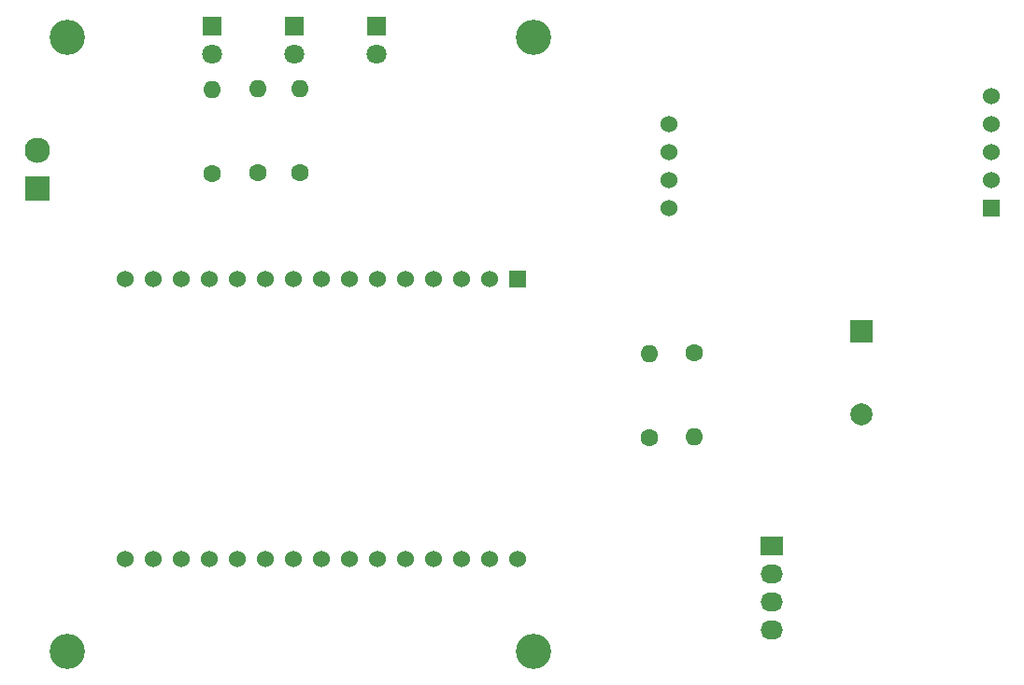
<source format=gbr>
%TF.GenerationSoftware,KiCad,Pcbnew,(5.1.9)-1*%
%TF.CreationDate,2021-03-06T00:16:47+01:00*%
%TF.ProjectId,CO2Sensor,434f3253-656e-4736-9f72-2e6b69636164,rev?*%
%TF.SameCoordinates,Original*%
%TF.FileFunction,Soldermask,Bot*%
%TF.FilePolarity,Negative*%
%FSLAX46Y46*%
G04 Gerber Fmt 4.6, Leading zero omitted, Abs format (unit mm)*
G04 Created by KiCad (PCBNEW (5.1.9)-1) date 2021-03-06 00:16:47*
%MOMM*%
%LPD*%
G01*
G04 APERTURE LIST*
%ADD10C,1.600000*%
%ADD11O,1.600000X1.600000*%
%ADD12R,1.800000X1.800000*%
%ADD13C,1.800000*%
%ADD14R,2.300000X2.300000*%
%ADD15C,2.300000*%
%ADD16R,1.524000X1.524000*%
%ADD17C,1.524000*%
%ADD18O,2.032000X1.727200*%
%ADD19R,2.032000X1.727200*%
%ADD20C,3.200000*%
%ADD21R,2.000000X2.000000*%
%ADD22C,2.000000*%
G04 APERTURE END LIST*
D10*
%TO.C,R2*%
X101117400Y-77317600D03*
D11*
X101117400Y-69697600D03*
%TD*%
D12*
%TO.C,D1*%
X108064300Y-64008000D03*
D13*
X108064300Y-66548000D03*
%TD*%
%TO.C,D2*%
X100584000Y-66509900D03*
D12*
X100584000Y-63969900D03*
%TD*%
%TO.C,D3*%
X93179900Y-64008000D03*
D13*
X93179900Y-66548000D03*
%TD*%
D10*
%TO.C,R4*%
X93167200Y-77381100D03*
D11*
X93167200Y-69761100D03*
%TD*%
%TO.C,R3*%
X97282000Y-69697600D03*
D10*
X97282000Y-77317600D03*
%TD*%
D14*
%TO.C,J1*%
X77279500Y-78752700D03*
D15*
X77279500Y-75252700D03*
%TD*%
D16*
%TO.C,U2*%
X163766500Y-80518000D03*
D17*
X163766500Y-77978000D03*
X163766500Y-75438000D03*
X163766500Y-72898000D03*
X163766500Y-70358000D03*
X134556500Y-80518000D03*
X134556500Y-77978000D03*
X134556500Y-75438000D03*
X134556500Y-72898000D03*
%TD*%
D16*
%TO.C,U1*%
X120789700Y-86931500D03*
D17*
X118249700Y-86931500D03*
X115709700Y-86931500D03*
X113169700Y-86931500D03*
X110629700Y-86931500D03*
X108089700Y-86931500D03*
X105549700Y-86931500D03*
X103009700Y-86931500D03*
X100469700Y-86931500D03*
X97929700Y-86931500D03*
X95389700Y-86931500D03*
X92849700Y-86931500D03*
X90309700Y-86931500D03*
X87769700Y-86931500D03*
X85229700Y-86931500D03*
X85229700Y-112331500D03*
X87769700Y-112331500D03*
X90309700Y-112331500D03*
X92849700Y-112331500D03*
X95389700Y-112331500D03*
X97929700Y-112331500D03*
X100469700Y-112331500D03*
X103009700Y-112331500D03*
X105549700Y-112331500D03*
X108089700Y-112331500D03*
X110629700Y-112331500D03*
X113169700Y-112331500D03*
X115709700Y-112331500D03*
X118249700Y-112331500D03*
X120789700Y-112331500D03*
%TD*%
D18*
%TO.C,TH1*%
X143827500Y-118795800D03*
X143827500Y-116255800D03*
X143827500Y-113715800D03*
D19*
X143827500Y-111175800D03*
%TD*%
D11*
%TO.C,R1*%
X132765800Y-93713300D03*
D10*
X132765800Y-101333300D03*
%TD*%
D20*
%TO.C,H1*%
X80000000Y-65000000D03*
%TD*%
%TO.C,H2*%
X80000000Y-120700000D03*
%TD*%
%TO.C,H3*%
X122300000Y-65000000D03*
%TD*%
%TO.C,H4*%
X122300000Y-120700000D03*
%TD*%
D21*
%TO.C,BZ1*%
X151955500Y-91655900D03*
D22*
X151955500Y-99255900D03*
%TD*%
D10*
%TO.C,R5*%
X136867900Y-93662500D03*
D11*
X136867900Y-101282500D03*
%TD*%
M02*

</source>
